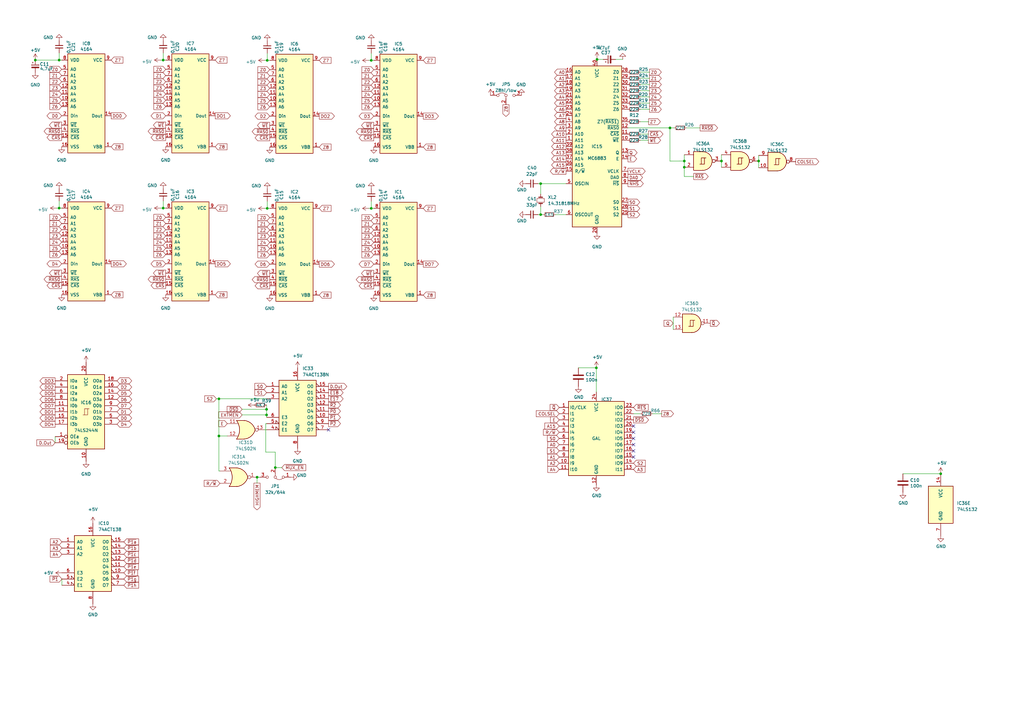
<source format=kicad_sch>
(kicad_sch (version 20250114) (generator "eeschema") (generator_version "9.0")
  (paper "A3")
  (title_block (date "2023-05-25") (rev "3.0") (comment 2 "Reposition dram and buffer"))
  (junction (at 109.3275 167.894))
  (junction (at 274.78 52.4585))
  (junction (at 66.929 24.638))
  (junction (at 152.273 85.471))
  (junction (at 295.91 66.04))
  (junction (at 221.742 75.311))
  (junction (at 109.601 24.765))
  (junction (at 311.15 66.04))
  (junction (at 280.67 66.04))
  (junction (at 280.67 68.58))
  (junction (at 112.903 191.77))
  (junction (at 89.789 163.576))
  (junction (at 24.257 85.344))
  (junction (at 109.601 85.471))
  (junction (at 221.742 88.011))
  (junction (at 89.789 178.816))
  (junction (at 244.856 24.384))
  (junction (at 105.4417 195.7201))
  (junction (at 66.929 85.344))
  (junction (at 244.602 150.876))
  (junction (at 385.826 194.31))
  (junction (at 152.273 24.765))
  (junction (at 24.257 24.638))
  (junction (at 14.478 24.638))
  (junction (at 109.3275 170.18))
  (no_connect (at 134.747 176.276))
  (no_connect (at 259.842 177.292))
  (no_connect (at 259.842 179.832))
  (no_connect (at 259.842 174.752))
  (no_connect (at 259.842 182.372))
  (no_connect (at 259.842 184.912))
  (no_connect (at 259.842 187.452))
  (wire (pts (xy 14.478 24.638) (xy 14.478 24.13)))
  (wire (pts (xy 152.273 82.55) (xy 152.273 85.471)))
  (wire (pts (xy 152.273 21.844) (xy 152.273 24.765)))
  (wire (pts (xy 24.257 82.423) (xy 24.257 85.344)))
  (wire (pts (xy 109.601 82.55) (xy 109.601 85.471)))
  (wire (pts (xy 89.789 193.167) (xy 90.2017 193.1801)))
  (wire (pts (xy 108.585 85.471) (xy 109.601 85.471)))
  (wire (pts (xy 266.4015 39.7557) (xy 262.636 39.751)))
  (wire (pts (xy 23.241 85.344) (xy 24.257 85.344)))
  (wire (pts (xy 265.938 57.531) (xy 262.636 57.531)))
  (wire (pts (xy 227.838 88.011) (xy 232.156 88.011)))
  (wire (pts (xy 108.458 176.276) (xy 109.347 176.276)))
  (wire (pts (xy 220.726 88.011) (xy 221.742 88.011)))
  (wire (pts (xy 109.347 170.18) (xy 109.347 171.196)))
  (wire (pts (xy 108.966 185.42) (xy 112.903 185.42)))
  (wire (pts (xy 244.602 150.876) (xy 244.602 160.782)))
  (wire (pts (xy 370.332 194.31) (xy 385.826 194.31)))
  (wire (pts (xy 244.856 24.384) (xy 244.856 24.511)))
  (wire (pts (xy 105.4417 195.7201) (xy 106.553 195.707)))
  (wire (pts (xy 244.856 24.003) (xy 244.856 24.384)))
  (wire (pts (xy 66.929 82.423) (xy 66.929 85.344)))
  (wire (pts (xy 280.67 66.04) (xy 274.7912 66.0624)))
  (wire (pts (xy 65.913 24.638) (xy 66.929 24.638)))
  (wire (pts (xy 262.6164 169.6706) (xy 259.842 169.672)))
  (wire (pts (xy 244.602 150.876) (xy 237.236 150.876)))
  (wire (pts (xy 22.606 181.61) (xy 22.606 179.07)))
  (wire (pts (xy 247.396 24.384) (xy 244.856 24.384)))
  (wire (pts (xy 109.347 173.736) (xy 108.966 173.736)))
  (wire (pts (xy 152.273 24.765) (xy 153.289 24.765)))
  (wire (pts (xy 266.4015 32.1357) (xy 262.636 32.131)))
  (wire (pts (xy 24.257 24.638) (xy 25.273 24.638)))
  (wire (pts (xy 66.929 85.344) (xy 67.945 85.344)))
  (wire (pts (xy 280.67 63.5) (xy 280.67 66.04)))
  (wire (pts (xy 99.314 167.894) (xy 109.3275 167.894)))
  (wire (pts (xy 265.938 54.991) (xy 262.636 54.991)))
  (wire (pts (xy 88.773 163.576) (xy 89.789 163.576)))
  (wire (pts (xy 109.3275 170.18) (xy 109.347 170.18)))
  (wire (pts (xy 112.903 185.42) (xy 112.903 191.77)))
  (wire (pts (xy 108.585 24.765) (xy 109.601 24.765)))
  (wire (pts (xy 266.4015 34.6757) (xy 262.636 34.671)))
  (wire (pts (xy 295.91 63.5) (xy 295.91 66.04)))
  (wire (pts (xy 104.3745 166.1319) (xy 104.2475 166.1319)))
  (wire (pts (xy 93.218 178.816) (xy 89.789 178.816)))
  (wire (pts (xy 115.57 191.77) (xy 112.903 191.77)))
  (wire (pts (xy 24.257 85.344) (xy 25.273 85.344)))
  (wire (pts (xy 109.601 24.765) (xy 110.617 24.765)))
  (wire (pts (xy 311.15 66.04) (xy 311.15 68.834)))
  (wire (pts (xy 65.913 85.344) (xy 66.929 85.344)))
  (wire (pts (xy 255.397 24.384) (xy 252.476 24.384)))
  (wire (pts (xy 280.67 72.39) (xy 284.48 72.39)))
  (wire (pts (xy 266.4015 44.8357) (xy 262.636 44.831)))
  (wire (pts (xy 151.257 85.471) (xy 152.273 85.471)))
  (wire (pts (xy 276.098 130.048) (xy 276.098 135.128)))
  (wire (pts (xy 221.742 75.311) (xy 221.742 79.629)))
  (wire (pts (xy 266.4015 37.2157) (xy 262.636 37.211)))
  (wire (pts (xy 221.742 84.709) (xy 221.742 88.011)))
  (wire (pts (xy 274.78 52.4585) (xy 257.556 52.451)))
  (wire (pts (xy 152.273 85.471) (xy 153.289 85.471)))
  (wire (pts (xy 274.78 52.4585) (xy 276.4864 52.4585)))
  (wire (pts (xy 109.601 85.471) (xy 110.617 85.471)))
  (wire (pts (xy 109.601 21.844) (xy 109.601 24.765)))
  (wire (pts (xy 271.4063 169.672) (xy 267.6964 169.6706)))
  (wire (pts (xy 14.478 24.638) (xy 24.257 24.638)))
  (wire (pts (xy 311.15 63.754) (xy 311.15 66.04)))
  (wire (pts (xy 274.78 52.4585) (xy 274.7912 66.0624)))
  (wire (pts (xy 105.41 198.12) (xy 105.4417 195.7201)))
  (wire (pts (xy 221.742 75.311) (xy 232.156 75.311)))
  (wire (pts (xy 108.966 173.736) (xy 108.966 185.42)))
  (wire (pts (xy 109.3275 166.1319) (xy 109.3275 167.894)))
  (wire (pts (xy 89.789 178.816) (xy 89.789 193.167)))
  (wire (pts (xy 25.4 237.49) (xy 25.4 240.03)))
  (wire (pts (xy 89.789 178.816) (xy 89.789 163.576)))
  (wire (pts (xy 220.726 75.311) (xy 221.742 75.311)))
  (wire (pts (xy 266.0311 49.9144) (xy 262.636 49.911)))
  (wire (pts (xy 151.257 24.765) (xy 152.273 24.765)))
  (wire (pts (xy 66.929 21.717) (xy 66.929 24.638)))
  (wire (pts (xy 89.789 163.576) (xy 109.347 163.576)))
  (wire (pts (xy 112.903 191.77) (xy 112.903 191.897)))
  (wire (pts (xy 24.257 21.717) (xy 24.257 24.638)))
  (wire (pts (xy 287.126 52.4585) (xy 281.5664 52.4585)))
  (wire (pts (xy 66.929 24.638) (xy 67.945 24.638)))
  (wire (pts (xy 295.91 66.04) (xy 295.91 68.58)))
  (wire (pts (xy 109.3275 167.894) (xy 109.3275 170.18)))
  (wire (pts (xy 99.314 170.18) (xy 109.3275 170.18)))
  (wire (pts (xy 221.742 88.011) (xy 222.758 88.011)))
  (wire (pts (xy 280.67 68.58) (xy 280.67 72.39)))
  (wire (pts (xy 280.67 66.04) (xy 280.67 68.58)))
  (wire (pts (xy 266.4015 29.5957) (xy 262.636 29.591)))
  (wire (pts (xy 266.4015 42.2957) (xy 262.636 42.291)))
  (global_label "A4" (shape input) (at 25.4 227.33 180) (property "Intersheetrefs" "${INTERSHEET_REFS}" (effects (hide yes))))
  (global_label "DO0" (shape output) (at 22.606 171.45 180) (property "Intersheetrefs" "${INTERSHEET_REFS}" (effects (hide yes))))
  (global_label "~{CAS}" (shape output) (at 265.938 54.991 0) (property "Intersheetrefs" "${INTERSHEET_REFS}" (effects (hide yes))))
  (global_label "Z3" (shape input) (at 153.289 36.195 180) (property "Intersheetrefs" "${INTERSHEET_REFS}" (effects (hide yes))))
  (global_label "Z0" (shape input) (at 25.273 28.448 180) (property "Intersheetrefs" "${INTERSHEET_REFS}" (effects (hide yes))))
  (global_label "Z0" (shape input) (at 67.945 89.154 180) (property "Intersheetrefs" "${INTERSHEET_REFS}" (effects (hide yes))))
  (global_label "Z4" (shape input) (at 25.273 99.314 180) (property "Intersheetrefs" "${INTERSHEET_REFS}" (effects (hide yes))))
  (global_label "Z8" (shape input) (at 88.265 60.198 0) (property "Intersheetrefs" "${INTERSHEET_REFS}" (effects (hide yes))))
  (global_label "~{RAS0}" (shape output) (at 110.617 114.681 180) (property "Intersheetrefs" "${INTERSHEET_REFS}" (effects (hide yes))))
  (global_label "DO5" (shape output) (at 88.265 108.204 0) (property "Intersheetrefs" "${INTERSHEET_REFS}" (effects (hide yes))))
  (global_label "Z1" (shape input) (at 110.617 31.115 180) (property "Intersheetrefs" "${INTERSHEET_REFS}" (effects (hide yes))))
  (global_label "R{slash}~{W}" (shape output) (at 232.156 70.231 180) (property "Intersheetrefs" "${INTERSHEET_REFS}" (effects (hide yes))))
  (global_label "Z1" (shape input) (at 67.945 30.988 180) (property "Intersheetrefs" "${INTERSHEET_REFS}" (effects (hide yes))))
  (global_label "Z0" (shape input) (at 153.289 28.575 180) (property "Intersheetrefs" "${INTERSHEET_REFS}" (effects (hide yes))))
  (global_label "Z4" (shape input) (at 67.945 99.314 180) (property "Intersheetrefs" "${INTERSHEET_REFS}" (effects (hide yes))))
  (global_label "~{RAS0}" (shape output) (at 287.126 52.4585 0) (property "Intersheetrefs" "${INTERSHEET_REFS}" (effects (hide yes))))
  (global_label "DO4" (shape output) (at 45.593 108.204 0) (property "Intersheetrefs" "${INTERSHEET_REFS}" (effects (hide yes))))
  (global_label "Z1" (shape input) (at 25.273 30.988 180) (property "Intersheetrefs" "${INTERSHEET_REFS}" (effects (hide yes))))
  (global_label "S2" (shape input) (at 88.773 163.576 180) (property "Intersheetrefs" "${INTERSHEET_REFS}" (effects (hide yes))))
  (global_label "Z1" (shape input) (at 25.273 91.694 180) (property "Intersheetrefs" "${INTERSHEET_REFS}" (effects (hide yes))))
  (global_label "A0" (shape output) (at 232.156 29.591 180) (property "Intersheetrefs" "${INTERSHEET_REFS}" (effects (hide yes))))
  (global_label "Z5" (shape input) (at 67.945 101.854 180) (property "Intersheetrefs" "${INTERSHEET_REFS}" (effects (hide yes))))
  (global_label "Z7" (shape input) (at 88.265 85.344 0) (property "Intersheetrefs" "${INTERSHEET_REFS}" (effects (hide yes))))
  (global_label "~{DSD}" (shape input) (at 99.314 167.894 180) (property "Intersheetrefs" "${INTERSHEET_REFS}" (effects (hide yes))))
  (global_label "Z8" (shape input) (at 130.937 121.031 0) (property "Intersheetrefs" "${INTERSHEET_REFS}" (effects (hide yes))))
  (global_label "E" (shape input) (at 93.218 173.736 180) (property "Intersheetrefs" "${INTERSHEET_REFS}" (effects (hide yes))))
  (global_label "D1" (shape bidirectional) (at 48.006 168.91 0) (property "Intersheetrefs" "${INTERSHEET_REFS}" (effects (hide yes))))
  (global_label "R{slash}~{W}" (shape input) (at 229.362 177.292 180) (property "Intersheetrefs" "${INTERSHEET_REFS}" (effects (hide yes))))
  (global_label "A2" (shape input) (at 25.4 222.25 180) (property "Intersheetrefs" "${INTERSHEET_REFS}" (effects (hide yes))))
  (global_label "~{WE}" (shape output) (at 110.617 112.141 180) (property "Intersheetrefs" "${INTERSHEET_REFS}" (effects (hide yes))))
  (global_label "DO0" (shape output) (at 45.593 47.498 0) (property "Intersheetrefs" "${INTERSHEET_REFS}" (effects (hide yes))))
  (global_label "~{RAS0}" (shape output) (at 25.273 53.848 180) (property "Intersheetrefs" "${INTERSHEET_REFS}" (effects (hide yes))))
  (global_label "R{slash}~{W}" (shape input) (at 90.2017 198.2601 180) (property "Intersheetrefs" "${INTERSHEET_REFS}" (effects (hide yes))))
  (global_label "D.Out" (shape input) (at 22.606 181.61 180) (property "Intersheetrefs" "${INTERSHEET_REFS}" (effects (hide yes))))
  (global_label "Z6" (shape input) (at 25.273 43.688 180) (property "Intersheetrefs" "${INTERSHEET_REFS}" (effects (hide yes))))
  (global_label "~{P1a}" (shape input) (at 50.8 222.25 0) (property "Intersheetrefs" "${INTERSHEET_REFS}" (effects (hide yes))))
  (global_label "~{RAS}" (shape output) (at 284.48 72.39 0) (property "Intersheetrefs" "${INTERSHEET_REFS}" (effects (hide yes))))
  (global_label "Z8" (shape output) (at 271.4063 169.672 0) (property "Intersheetrefs" "${INTERSHEET_REFS}" (effects (hide yes))))
  (global_label "Z3" (shape input) (at 153.289 96.901 180) (property "Intersheetrefs" "${INTERSHEET_REFS}" (effects (hide yes))))
  (global_label "~{CAS}" (shape output) (at 153.289 117.221 180) (property "Intersheetrefs" "${INTERSHEET_REFS}" (effects (hide yes))))
  (global_label "Z2" (shape input) (at 67.945 94.234 180) (property "Intersheetrefs" "${INTERSHEET_REFS}" (effects (hide yes))))
  (global_label "Z7" (shape input) (at 88.265 24.638 0) (property "Intersheetrefs" "${INTERSHEET_REFS}" (effects (hide yes))))
  (global_label "Z2" (shape input) (at 110.617 33.655 180) (property "Intersheetrefs" "${INTERSHEET_REFS}" (effects (hide yes))))
  (global_label "Z7" (shape output) (at 266.0311 49.9144 0) (property "Intersheetrefs" "${INTERSHEET_REFS}" (effects (hide yes))))
  (global_label "~{CAS}" (shape output) (at 67.945 117.094 180) (property "Intersheetrefs" "${INTERSHEET_REFS}" (effects (hide yes))))
  (global_label "Z3" (shape input) (at 110.617 36.195 180) (property "Intersheetrefs" "${INTERSHEET_REFS}" (effects (hide yes))))
  (global_label "S1" (shape output) (at 257.556 85.471 0) (property "Intersheetrefs" "${INTERSHEET_REFS}" (effects (hide yes))))
  (global_label "~{WE}" (shape output) (at 25.273 51.308 180) (property "Intersheetrefs" "${INTERSHEET_REFS}" (effects (hide yes))))
  (global_label "~{CAS}" (shape output) (at 110.617 117.221 180) (property "Intersheetrefs" "${INTERSHEET_REFS}" (effects (hide yes))))
  (global_label "Z8" (shape output) (at 207.518 42.926 270) (property "Intersheetrefs" "${INTERSHEET_REFS}" (effects (hide yes))))
  (global_label "Z3" (shape output) (at 266.4015 37.2157 0) (property "Intersheetrefs" "${INTERSHEET_REFS}" (effects (hide yes))))
  (global_label "A9" (shape output) (at 232.156 52.451 180) (property "Intersheetrefs" "${INTERSHEET_REFS}" (effects (hide yes))))
  (global_label "Z4" (shape input) (at 153.289 99.441 180) (property "Intersheetrefs" "${INTERSHEET_REFS}" (effects (hide yes))))
  (global_label "~{RAS0}" (shape output) (at 153.289 53.975 180) (property "Intersheetrefs" "${INTERSHEET_REFS}" (effects (hide yes))))
  (global_label "D1" (shape bidirectional) (at 67.945 47.498 180) (property "Intersheetrefs" "${INTERSHEET_REFS}" (effects (hide yes))))
  (global_label "A5" (shape output) (at 232.156 42.291 180) (property "Intersheetrefs" "${INTERSHEET_REFS}" (effects (hide yes))))
  (global_label "Z3" (shape input) (at 110.617 96.901 180) (property "Intersheetrefs" "${INTERSHEET_REFS}" (effects (hide yes))))
  (global_label "Z2" (shape input) (at 153.289 94.361 180) (property "Intersheetrefs" "${INTERSHEET_REFS}" (effects (hide yes))))
  (global_label "A11" (shape output) (at 232.156 57.531 180) (property "Intersheetrefs" "${INTERSHEET_REFS}" (effects (hide yes))))
  (global_label "Z3" (shape input) (at 67.945 36.068 180) (property "Intersheetrefs" "${INTERSHEET_REFS}" (effects (hide yes))))
  (global_label "~{CAS}" (shape output) (at 67.945 56.388 180) (property "Intersheetrefs" "${INTERSHEET_REFS}" (effects (hide yes))))
  (global_label "A14" (shape output) (at 232.156 65.151 180) (property "Intersheetrefs" "${INTERSHEET_REFS}" (effects (hide yes))))
  (global_label "A12" (shape output) (at 232.156 60.071 180) (property "Intersheetrefs" "${INTERSHEET_REFS}" (effects (hide yes))))
  (global_label "S0" (shape output) (at 257.556 82.931 0) (property "Intersheetrefs" "${INTERSHEET_REFS}" (effects (hide yes))))
  (global_label "S0" (shape input) (at 109.347 158.496 180) (property "Intersheetrefs" "${INTERSHEET_REFS}" (effects (hide yes))))
  (global_label "DO1" (shape output) (at 88.265 47.498 0) (property "Intersheetrefs" "${INTERSHEET_REFS}" (effects (hide yes))))
  (global_label "S1" (shape input) (at 229.362 184.912 180) (property "Intersheetrefs" "${INTERSHEET_REFS}" (effects (hide yes))))
  (global_label "~{P1d}" (shape input) (at 50.8 229.87 0) (property "Intersheetrefs" "${INTERSHEET_REFS}" (effects (hide yes))))
  (global_label "~{WE}" (shape output) (at 265.938 57.531 0) (property "Intersheetrefs" "${INTERSHEET_REFS}" (effects (hide yes))))
  (global_label "~{P1}" (shape output) (at 134.747 171.196 0) (property "Intersheetrefs" "${INTERSHEET_REFS}" (effects (hide yes))))
  (global_label "~{NHS}" (shape output) (at 257.556 75.311 0) (property "Intersheetrefs" "${INTERSHEET_REFS}" (effects (hide yes))))
  (global_label "Z8" (shape input) (at 130.937 60.325 0) (property "Intersheetrefs" "${INTERSHEET_REFS}" (effects (hide yes))))
  (global_label "Z5" (shape input) (at 153.289 101.981 180) (property "Intersheetrefs" "${INTERSHEET_REFS}" (effects (hide yes))))
  (global_label "Z8" (shape input) (at 45.593 60.198 0) (property "Intersheetrefs" "${INTERSHEET_REFS}" (effects (hide yes))))
  (global_label "Z0" (shape input) (at 67.945 28.448 180) (property "Intersheetrefs" "${INTERSHEET_REFS}" (effects (hide yes))))
  (global_label "A1" (shape input) (at 229.362 187.452 180) (property "Intersheetrefs" "${INTERSHEET_REFS}" (effects (hide yes))))
  (global_label "DO5" (shape output) (at 22.606 161.29 180) (property "Intersheetrefs" "${INTERSHEET_REFS}" (effects (hide yes))))
  (global_label "Z3" (shape input) (at 25.273 96.774 180) (property "Intersheetrefs" "${INTERSHEET_REFS}" (effects (hide yes))))
  (global_label "Z6" (shape input) (at 67.945 43.688 180) (property "Intersheetrefs" "${INTERSHEET_REFS}" (effects (hide yes))))
  (global_label "~{MUX_EN}" (shape input) (at 115.57 191.77 0) (property "Intersheetrefs" "${INTERSHEET_REFS}" (effects (hide yes))))
  (global_label "~{DSD}" (shape output) (at 259.842 172.212 0) (property "Intersheetrefs" "${INTERSHEET_REFS}" (effects (hide yes))))
  (global_label "Z2" (shape input) (at 153.289 33.655 180) (property "Intersheetrefs" "${INTERSHEET_REFS}" (effects (hide yes))))
  (global_label "Z2" (shape input) (at 25.273 94.234 180) (property "Intersheetrefs" "${INTERSHEET_REFS}" (effects (hide yes))))
  (global_label "A8" (shape output) (at 232.156 49.911 180) (property "Intersheetrefs" "${INTERSHEET_REFS}" (effects (hide yes))))
  (global_label "~{WE}" (shape output) (at 153.289 51.435 180) (property "Intersheetrefs" "${INTERSHEET_REFS}" (effects (hide yes))))
  (global_label "Z4" (shape input) (at 110.617 38.735 180) (property "Intersheetrefs" "${INTERSHEET_REFS}" (effects (hide yes))))
  (global_label "Z0" (shape input) (at 25.273 89.154 180) (property "Intersheetrefs" "${INTERSHEET_REFS}" (effects (hide yes))))
  (global_label "A13" (shape output) (at 232.156 62.611 180) (property "Intersheetrefs" "${INTERSHEET_REFS}" (effects (hide yes))))
  (global_label "~{E17}" (shape output) (at 134.747 163.576 0) (property "Intersheetrefs" "${INTERSHEET_REFS}" (effects (hide yes))))
  (global_label "Z6" (shape input) (at 153.289 43.815 180) (property "Intersheetrefs" "${INTERSHEET_REFS}" (effects (hide yes))))
  (global_label "A4" (shape input) (at 229.362 192.532 180) (property "Intersheetrefs" "${INTERSHEET_REFS}" (effects (hide yes))))
  (global_label "A15" (shape output) (at 232.156 67.691 180) (property "Intersheetrefs" "${INTERSHEET_REFS}" (effects (hide yes))))
  (global_label "D5" (shape bidirectional) (at 67.945 108.204 180) (property "Intersheetrefs" "${INTERSHEET_REFS}" (effects (hide yes))))
  (global_label "D5" (shape bidirectional) (at 48.006 161.29 0) (property "Intersheetrefs" "${INTERSHEET_REFS}" (effects (hide yes))))
  (global_label "A3" (shape input) (at 25.4 224.79 180) (property "Intersheetrefs" "${INTERSHEET_REFS}" (effects (hide yes))))
  (global_label "A3" (shape output) (at 232.156 37.211 180) (property "Intersheetrefs" "${INTERSHEET_REFS}" (effects (hide yes))))
  (global_label "DO6" (shape output) (at 22.606 163.83 180) (property "Intersheetrefs" "${INTERSHEET_REFS}" (effects (hide yes))))
  (global_label "EXTMEN" (shape input) (at 99.314 170.18 180) (property "Intersheetrefs" "${INTERSHEET_REFS}" (effects (hide yes))))
  (global_label "Z3" (shape input) (at 67.945 96.774 180) (property "Intersheetrefs" "${INTERSHEET_REFS}" (effects (hide yes))))
  (global_label "Z1" (shape input) (at 110.617 91.821 180) (property "Intersheetrefs" "${INTERSHEET_REFS}" (effects (hide yes))))
  (global_label "A4" (shape output) (at 232.156 39.751 180) (property "Intersheetrefs" "${INTERSHEET_REFS}" (effects (hide yes))))
  (global_label "~{E18}" (shape output) (at 134.747 161.036 0) (property "Intersheetrefs" "${INTERSHEET_REFS}" (effects (hide yes))))
  (global_label "Z7" (shape input) (at 173.609 24.765 0) (property "Intersheetrefs" "${INTERSHEET_REFS}" (effects (hide yes))))
  (global_label "D7" (shape bidirectional) (at 153.289 108.331 180) (property "Intersheetrefs" "${INTERSHEET_REFS}" (effects (hide yes))))
  (global_label "DO6" (shape output) (at 130.937 108.331 0) (property "Intersheetrefs" "${INTERSHEET_REFS}" (effects (hide yes))))
  (global_label "HIGHMEM" (shape output) (at 105.41 198.12 270) (property "Intersheetrefs" "${INTERSHEET_REFS}" (effects (hide yes))))
  (global_label "Z5" (shape input) (at 153.289 41.275 180) (property "Intersheetrefs" "${INTERSHEET_REFS}" (effects (hide yes))))
  (global_label "~{P1h}" (shape input) (at 50.8 240.03 0) (property "Intersheetrefs" "${INTERSHEET_REFS}" (effects (hide yes))))
  (global_label "A2" (shape output) (at 232.156 34.671 180) (property "Intersheetrefs" "${INTERSHEET_REFS}" (effects (hide yes))))
  (global_label "Z7" (shape input) (at 130.937 24.765 0) (property "Intersheetrefs" "${INTERSHEET_REFS}" (effects (hide yes))))
  (global_label "D0" (shape bidirectional) (at 25.273 47.498 180) (property "Intersheetrefs" "${INTERSHEET_REFS}" (effects (hide yes))))
  (global_label "A6" (shape output) (at 232.156 44.831 180) (property "Intersheetrefs" "${INTERSHEET_REFS}" (effects (hide yes))))
  (global_label "~{P1f}" (shape input) (at 50.8 234.95 0) (property "Intersheetrefs" "${INTERSHEET_REFS}" (effects (hide yes))))
  (global_label "Z1" (shape input) (at 67.945 91.694 180) (property "Intersheetrefs" "${INTERSHEET_REFS}" (effects (hide yes))))
  (global_label "DO2" (shape output) (at 130.937 47.625 0) (property "Intersheetrefs" "${INTERSHEET_REFS}" (effects (hide yes))))
  (global_label "DO7" (shape output) (at 22.606 166.37 180) (property "Intersheetrefs" "${INTERSHEET_REFS}" (effects (hide yes))))
  (global_label "~{P1c}" (shape input) (at 50.8 227.33 0) (property "Intersheetrefs" "${INTERSHEET_REFS}" (effects (hide yes))))
  (global_label "D2" (shape bidirectional) (at 48.006 158.75 0) (property "Intersheetrefs" "${INTERSHEET_REFS}" (effects (hide yes))))
  (global_label "Z6" (shape input) (at 153.289 104.521 180) (property "Intersheetrefs" "${INTERSHEET_REFS}" (effects (hide yes))))
  (global_label "~{CAS}" (shape output) (at 25.273 117.094 180) (property "Intersheetrefs" "${INTERSHEET_REFS}" (effects (hide yes))))
  (global_label "D4" (shape bidirectional) (at 25.273 108.204 180) (property "Intersheetrefs" "${INTERSHEET_REFS}" (effects (hide yes))))
  (global_label "DO3" (shape output) (at 22.606 156.21 180) (property "Intersheetrefs" "${INTERSHEET_REFS}" (effects (hide yes))))
  (global_label "~{R2}" (shape output) (at 134.747 166.116 0) (property "Intersheetrefs" "${INTERSHEET_REFS}" (effects (hide yes))))
  (global_label "A2" (shape input) (at 229.362 189.992 180) (property "Intersheetrefs" "${INTERSHEET_REFS}" (effects (hide yes))))
  (global_label "S1" (shape input) (at 109.347 161.036 180) (property "Intersheetrefs" "${INTERSHEET_REFS}" (effects (hide yes))))
  (global_label "Z5" (shape input) (at 25.273 41.148 180) (property "Intersheetrefs" "${INTERSHEET_REFS}" (effects (hide yes))))
  (global_label "A10" (shape output) (at 232.156 54.991 180) (property "Intersheetrefs" "${INTERSHEET_REFS}" (effects (hide yes))))
  (global_label "~{RAS0}" (shape output) (at 153.289 114.681 180) (property "Intersheetrefs" "${INTERSHEET_REFS}" (effects (hide yes))))
  (global_label "DO3" (shape output) (at 173.609 47.625 0) (property "Intersheetrefs" "${INTERSHEET_REFS}" (effects (hide yes))))
  (global_label "~{Q}" (shape output) (at 291.338 132.588 0) (property "Intersheetrefs" "${INTERSHEET_REFS}" (effects (hide yes))))
  (global_label "DA0" (shape output) (at 257.556 72.771 0) (property "Intersheetrefs" "${INTERSHEET_REFS}" (effects (hide yes))))
  (global_label "A7" (shape output) (at 232.156 47.371 180) (property "Intersheetrefs" "${INTERSHEET_REFS}" (effects (hide yes))))
  (global_label "Z5" (shape input) (at 67.945 41.148 180) (property "Intersheetrefs" "${INTERSHEET_REFS}" (effects (hide yes))))
  (global_label "VCLK" (shape output) (at 257.556 70.231 0) (property "Intersheetrefs" "${INTERSHEET_REFS}" (effects (hide yes))))
  (global_label "Z6" (shape input) (at 110.617 43.815 180) (property "Intersheetrefs" "${INTERSHEET_REFS}" (effects (hide yes))))
  (global_label "Z7" (shape input) (at 173.609 85.471 0) (property "Intersheetrefs" "${INTERSHEET_REFS}" (effects (hide yes))))
  (global_label "DO2" (shape output) (at 22.606 158.75 180) (property "Intersheetrefs" "${INTERSHEET_REFS}" (effects (hide yes))))
  (global_label "~{WE}" (shape output) (at 67.945 51.308 180) (property "Intersheetrefs" "${INTERSHEET_REFS}" (effects (hide yes))))
  (global_label "Z6" (shape input) (at 110.617 104.521 180) (property "Intersheetrefs" "${INTERSHEET_REFS}" (effects (hide yes))))
  (global_label "~{WE}" (shape output) (at 67.945 112.014 180) (property "Intersheetrefs" "${INTERSHEET_REFS}" (effects (hide yes))))
  (global_label "~{RAS0}" (shape output) (at 67.945 114.554 180) (property "Intersheetrefs" "${INTERSHEET_REFS}" (effects (hide yes))))
  (global_label "~{P2}" (shape output) (at 134.747 173.736 0) (property "Intersheetrefs" "${INTERSHEET_REFS}" (effects (hide yes))))
  (global_label "~{P1e}" (shape input) (at 50.8 232.41 0) (property "Intersheetrefs" "${INTERSHEET_REFS}" (effects (hide yes))))
  (global_label "Z0" (shape input) (at 110.617 28.575 180) (property "Intersheetrefs" "${INTERSHEET_REFS}" (effects (hide yes))))
  (global_label "Z4" (shape input) (at 25.273 38.608 180) (property "Intersheetrefs" "${INTERSHEET_REFS}" (effects (hide yes))))
  (global_label "Z4" (shape input) (at 67.945 38.608 180) (property "Intersheetrefs" "${INTERSHEET_REFS}" (effects (hide yes))))
  (global_label "D7" (shape bidirectional) (at 48.006 166.37 0) (property "Intersheetrefs" "${INTERSHEET_REFS}" (effects (hide yes))))
  (global_label "Z2" (shape input) (at 110.617 94.361 180) (property "Intersheetrefs" "${INTERSHEET_REFS}" (effects (hide yes))))
  (global_label "D4" (shape bidirectional) (at 48.006 173.99 0) (property "Intersheetrefs" "${INTERSHEET_REFS}" (effects (hide yes))))
  (global_label "S2" (shape output) (at 257.556 88.011 0) (property "Intersheetrefs" "${INTERSHEET_REFS}" (effects (hide yes))))
  (global_label "D3" (shape bidirectional) (at 153.289 47.625 180) (property "Intersheetrefs" "${INTERSHEET_REFS}" (effects (hide yes))))
  (global_label "Z8" (shape input) (at 173.609 121.031 0) (property "Intersheetrefs" "${INTERSHEET_REFS}" (effects (hide yes))))
  (global_label "~{P0}" (shape output) (at 134.747 168.656 0) (property "Intersheetrefs" "${INTERSHEET_REFS}" (effects (hide yes))))
  (global_label "COLSEL" (shape output) (at 326.39 66.294 0) (property "Intersheetrefs" "${INTERSHEET_REFS}" (effects (hide yes))))
  (global_label "A0" (shape input) (at 229.362 182.372 180) (property "Intersheetrefs" "${INTERSHEET_REFS}" (effects (hide yes))))
  (global_label "~{CAS}" (shape output) (at 110.617 56.515 180) (property "Intersheetrefs" "${INTERSHEET_REFS}" (effects (hide yes))))
  (global_label "~{P1g}" (shape input) (at 50.8 237.49 0) (property "Intersheetrefs" "${INTERSHEET_REFS}" (effects (hide yes))))
  (global_label "Z7" (shape input) (at 45.593 85.344 0) (property "Intersheetrefs" "${INTERSHEET_REFS}" (effects (hide yes))))
  (global_label "A15" (shape input) (at 229.362 174.752 180) (property "Intersheetrefs" "${INTERSHEET_REFS}" (effects (hide yes))))
  (global_label "Z4" (shape input) (at 110.617 99.441 180) (property "Intersheetrefs" "${INTERSHEET_REFS}" (effects (hide yes))))
  (global_label "~{CAS}" (shape output) (at 25.273 56.388 180) (property "Intersheetrefs" "${INTERSHEET_REFS}" (effects (hide yes))))
  (global_label "Z2" (shape input) (at 67.945 33.528 180) (property "Intersheetrefs" "${INTERSHEET_REFS}" (effects (hide yes))))
  (global_label "Z0" (shape input) (at 153.289 89.281 180) (property "Intersheetrefs" "${INTERSHEET_REFS}" (effects (hide yes))))
  (global_label "D3" (shape bidirectional) (at 48.006 156.21 0) (property "Intersheetrefs" "${INTERSHEET_REFS}" (effects (hide yes))))
  (global_label "Z7" (shape input) (at 130.937 85.471 0) (property "Intersheetrefs" "${INTERSHEET_REFS}" (effects (hide yes))))
  (global_label "Z0" (shape input) (at 110.617 89.281 180) (property "Intersheetrefs" "${INTERSHEET_REFS}" (effects (hide yes))))
  (global_label "D2" (shape bidirectional) (at 110.617 47.625 180) (property "Intersheetrefs" "${INTERSHEET_REFS}" (effects (hide yes))))
  (global_label "Z8" (shape input) (at 173.609 60.325 0) (property "Intersheetrefs" "${INTERSHEET_REFS}" (effects (hide yes))))
  (global_label "~{RAS0}" (shape output) (at 25.273 114.554 180) (property "Intersheetrefs" "${INTERSHEET_REFS}" (effects (hide yes))))
  (global_label "Z6" (shape input) (at 25.273 104.394 180) (property "Intersheetrefs" "${INTERSHEET_REFS}" (effects (hide yes))))
  (global_label "Z5" (shape input) (at 110.617 41.275 180) (property "Intersheetrefs" "${INTERSHEET_REFS}" (effects (hide yes))))
  (global_label "DO7" (shape output) (at 173.609 108.331 0) (property "Intersheetrefs" "${INTERSHEET_REFS}" (effects (hide yes))))
  (global_label "D.Out" (shape output) (at 134.747 158.496 0) (property "Intersheetrefs" "${INTERSHEET_REFS}" (effects (hide yes))))
  (global_label "~{RES}" (shape input) (at 259.842 167.132 0) (property "Intersheetrefs" "${INTERSHEET_REFS}" (effects (hide yes))))
  (global_label "Z4" (shape output) (at 266.4015 39.7557 0) (property "Intersheetrefs" "${INTERSHEET_REFS}" (effects (hide yes))))
  (global_label "Z7" (shape input) (at 45.593 24.638 0) (property "Intersheetrefs" "${INTERSHEET_REFS}" (effects (hide yes))))
  (global_label "COLSEL" (shape input) (at 229.362 169.672 180) (property "Intersheetrefs" "${INTERSHEET_REFS}" (effects (hide yes))))
  (global_label "~{RAS0}" (shape output) (at 110.617 53.975 180) (property "Intersheetrefs" "${INTERSHEET_REFS}" (effects (hide yes))))
  (global_label "~{RAS0}" (shape output) (at 67.945 53.848 180) (property "Intersheetrefs" "${INTERSHEET_REFS}" (effects (hide yes))))
  (global_label "A1" (shape output) (at 232.156 32.131 180) (property "Intersheetrefs" "${INTERSHEET_REFS}" (effects (hide yes))))
  (global_label "Q" (shape input) (at 276.098 132.588 180) (property "Intersheetrefs" "${INTERSHEET_REFS}" (effects (hide yes))))
  (global_label "D0" (shape bidirectional) (at 48.006 171.45 0) (property "Intersheetrefs" "${INTERSHEET_REFS}" (effects (hide yes))))
  (global_label "Z6" (shape input) (at 67.945 104.394 180) (property "Intersheetrefs" "${INTERSHEET_REFS}" (effects (hide yes))))
  (global_label "~{CAS}" (shape output) (at 153.289 56.515 180) (property "Intersheetrefs" "${INTERSHEET_REFS}" (effects (hide yes))))
  (global_label "~{WE}" (shape output) (at 110.617 51.435 180) (property "Intersheetrefs" "${INTERSHEET_REFS}" (effects (hide yes))))
  (global_label "Z0" (shape output) (at 266.4015 29.5957 0) (property "Intersheetrefs" "${INTERSHEET_REFS}" (effects (hide yes))))
  (global_label "S0" (shape input) (at 229.362 179.832 180) (property "Intersheetrefs" "${INTERSHEET_REFS}" (effects (hide yes))))
  (global_label "D6" (shape bidirectional) (at 110.617 108.331 180) (property "Intersheetrefs" "${INTERSHEET_REFS}" (effects (hide yes))))
  (global_label "Z3" (shape input) (at 25.273 36.068 180) (property "Intersheetrefs" "${INTERSHEET_REFS}" (effects (hide yes))))
  (global_label "E" (shape input) (at 229.362 172.212 180) (property "Intersheetrefs" "${INTERSHEET_REFS}" (effects (hide yes))))
  (global_label "Z5" (shape input) (at 25.273 101.854 180) (property "Intersheetrefs" "${INTERSHEET_REFS}" (effects (hide yes))))
  (global_label "~{WE}" (shape output) (at 25.273 112.014 180) (property "Intersheetrefs" "${INTERSHEET_REFS}" (effects (hide yes))))
  (global_label "DO4" (shape output) (at 22.606 173.99 180) (property "Intersheetrefs" "${INTERSHEET_REFS}" (effects (hide yes))))
  (global_label "Z6" (shape output) (at 266.4015 44.8357 0) (property "Intersheetrefs" "${INTERSHEET_REFS}" (effects (hide yes))))
  (global_label "Z4" (shape input) (at 153.289 38.735 180) (property "Intersheetrefs" "${INTERSHEET_REFS}" (effects (hide yes))))
  (global_label "Z5" (shape output) (at 266.4015 42.2957 0) (property "Intersheetrefs" "${INTERSHEET_REFS}" (effects (hide yes))))
  (global_label "E" (shape output) (at 257.556 65.151 0) (property "Intersheetrefs" "${INTERSHEET_REFS}" (effects (hide yes))))
  (global_label "Z8" (shape input) (at 88.265 120.904 0) (property "Intersheetrefs" "${INTERSHEET_REFS}" (effects (hide yes))))
  (global_label "Z1" (shape input) (at 153.289 91.821 180) (property "Intersheetrefs" "${INTERSHEET_REFS}" (effects (hide yes))))
  (global_label "Q" (shape output) (at 257.556 62.611 0) (property "Intersheetrefs" "${INTERSHEET_REFS}" (effects (hide yes))))
  (global_label "Z5" (shape input) (at 110.617 101.981 180) (property "Intersheetrefs" "${INTERSHEET_REFS}" (effects (hide yes))))
  (global_label "DO1" (shape output) (at 22.606 168.91 180) (property "Intersheetrefs" "${INTERSHEET_REFS}" (effects (hide yes))))
  (global_label "Z2" (shape output) (at 266.4015 34.6757 0) (property "Intersheetrefs" "${INTERSHEET_REFS}" (effects (hide yes))))
  (global_label "A3" (shape input) (at 259.842 192.532 0) (property "Intersheetrefs" "${INTERSHEET_REFS}" (effects (hide yes))))
  (global_label "Z2" (shape input) (at 25.273 33.528 180) (property "Intersheetrefs" "${INTERSHEET_REFS}" (effects (hide yes))))
  (global_label "Z1" (shape input) (at 153.289 31.115 180) (property "Intersheetrefs" "${INTERSHEET_REFS}" (effects (hide yes))))
  (global_label "~{P1b}" (shape input) (at 50.8 224.79 0) (property "Intersheetrefs" "${INTERSHEET_REFS}" (effects (hide yes))))
  (global_label "S2" (shape input) (at 259.842 189.992 0) (property "Intersheetrefs" "${INTERSHEET_REFS}" (effects (hide yes))))
  (global_label "Z1" (shape output) (at 266.4015 32.1357 0) (property "Intersheetrefs" "${INTERSHEET_REFS}" (effects (hide yes))))
  (global_label "~{WE}" (shape output) (at 153.289 112.141 180) (property "Intersheetrefs" "${INTERSHEET_REFS}" (effects (hide yes))))
  (global_label "Z8" (shape input) (at 45.593 120.904 0) (property "Intersheetrefs" "${INTERSHEET_REFS}" (effects (hide yes))))
  (global_label "~{P1}" (shape input) (at 25.4 237.49 180) (property "Intersheetrefs" "${INTERSHEET_REFS}" (effects (hide yes))))
  (global_label "~{Q}" (shape input) (at 229.362 167.132 180) (property "Intersheetrefs" "${INTERSHEET_REFS}" (effects (hide yes))))
  (global_label "D6" (shape bidirectional) (at 48.006 163.83 0) (property "Intersheetrefs" "${INTERSHEET_REFS}" (effects (hide yes))))
  (symbol (lib_id "Memory_RAM_Siemens:HYB4116") (at 35.433 42.418 0) (unit 1)
    (property "Reference" "IC8" (at 35.433 17.8562 0))
    (property "Value" "4164" (at 35.433 20.1676 0))
    (property "Footprint" "Package_DIP:DIP-16_W7.62mm" (effects (hide yes)))
    (property "Datasheet" "https://4donline.ihs.com/images/VipMasterIC/IC/INFN/INFNS18263/INFNS18263-1.pdf" (effects (hide yes)))
    (property "Note" "use general 4164 with suitable timing" (effects (hide yes)))
    (property "SA2120" "Sheet 1" (effects (hide yes)))
  )
  (symbol (lib_id "power:GND") (at 153.289 121.031 0) (unit 1)
    (property "Reference" "#PWR0137" (effects (hide yes)))
    (property "Value" "GND" (at 153.289 126.492 0))
  )
  (symbol (lib_id "power:GND") (at 67.945 60.198 0) (unit 1)
    (property "Reference" "#PWR0162" (effects (hide yes)))
    (property "Value" "GND" (at 67.945 65.659 0))
  )
  (symbol (lib_id "Device:C") (at 237.236 154.686 0) (unit 1)
    (property "Reference" "C12" (at 240.157 153.5176 0) (effects (justify left)))
    (property "Value" "100n" (at 240.157 155.829 0) (effects (justify left)))
    (property "Footprint" "PCM_Capacitor_SMD_AKL:C_0805_2012Metric_Pad1.18x1.45mm_HandSolder" (effects (hide yes)))
    (instances (project "Dragon32" (path "" (reference "C12") (unit 1))) (project "Dragon256" (path "" (reference "C1") (unit 1))))
  )
  (symbol (lib_id "74xx:74LS138") (at 38.1 229.87 0) (unit 1)
    (property "Reference" "IC10" (at 40.2941 214.63 0) (effects (justify left)))
    (property "Value" "74ACT138" (at 40.2941 217.17 0) (effects (justify left)))
    (property "Footprint" "Package_DIP:DIP-16_W7.62mm" (effects (hide yes)))
    (property "Datasheet" "http://www.ti.com/lit/gpn/sn74LS138" (effects (hide yes)))
  )
  (symbol (lib_id "74xx:74LS132") (at 303.53 66.04 0) (unit 2)
    (property "Reference" "IC36" (at 303.5217 57.912 0))
    (property "Value" "74LS132" (at 303.5217 60.452 0))
    (property "Footprint" "Package_DIP:DIP-14_W7.62mm" (effects (hide yes)))
    (property "Datasheet" "http://www.ti.com/lit/gpn/sn74LS132" (effects (hide yes)))
  )
  (symbol (lib_id "power:GND") (at 66.929 77.343 0) (mirror x) (unit 1)
    (property "Reference" "#PWR0161" (effects (hide yes)))
    (property "Value" "GND" (at 64.516 76.0729 0) (effects (justify right)))
  )
  (symbol (lib_name "Jumper_3_Bridged12_1") (lib_id "Jumper:Jumper_3_Bridged12") (at 207.518 39.116 0) (unit 1)
    (property "Reference" "JP5" (at 207.518 34.544 0))
    (property "Value" "Z8hi/low" (at 207.518 37.084 0))
    (property "Footprint" "Jumper:SolderJumper-3_P1.3mm_Open_Pad1.0x1.5mm" (effects (hide yes)))
  )
  (symbol (lib_id "Jumper:Jumper_3_Bridged12") (at 112.903 195.707 180) (unit 1)
    (property "Reference" "JP1" (at 112.903 199.39 0))
    (property "Value" "32k/64k" (at 112.903 201.93 0))
    (property "Footprint" "Connector_PinHeader_2.54mm:PinHeader_1x03_P2.54mm_Vertical" (effects (hide yes)))
  )
  (symbol (lib_id "power:+5V") (at 35.306 148.59 0) (unit 1)
    (property "Reference" "#PWR0167" (effects (hide yes)))
    (property "Value" "+5V" (at 35.306 143.637 0))
  )
  (symbol (lib_id "Memory_RAM_Siemens:HYB4116") (at 120.777 42.545 0) (unit 1)
    (property "Reference" "IC6" (at 120.777 17.9832 0))
    (property "Value" "4164" (at 120.777 20.2946 0))
    (property "Footprint" "Package_DIP:DIP-16_W7.62mm" (effects (hide yes)))
    (property "Datasheet" "https://4donline.ihs.com/images/VipMasterIC/IC/INFN/INFNS18263/INFNS18263-1.pdf" (effects (hide yes)))
    (property "Note" "use general 4164 with suitable timing" (effects (hide yes)))
    (property "SA2120" "Sheet 1" (effects (hide yes)))
  )
  (symbol (lib_id "power:GND") (at 237.236 158.496 0) (unit 1)
    (property "Reference" "#PWR020" (effects (hide yes)))
    (property "Value" "GND" (at 237.363 162.8902 0))
    (instances (project "Dragon32" (path "" (reference "#PWR020") (unit 1))) (project "Dragon256" (path "" (reference "#PWR0114") (unit 1))))
  )
  (symbol (lib_id "74xx:74LS244") (at 35.306 168.91 0) (unit 1)
    (property "Reference" "IC16" (at 35.306 165.1 0))
    (property "Value" "74LS244N" (at 35.306 176.53 0))
    (property "Footprint" "Package_DIP:DIP-20_W7.62mm" (effects (hide yes)))
    (property "Datasheet" "http://www.ti.com/lit/ds/symlink/sn74ls244.pdf" (effects (hide yes)))
    (property "DigiKey" "296-1653-5-ND" (effects (hide yes)))
    (property "SA2120" "Sheet 1" (effects (hide yes)))
  )
  (symbol (lib_id "power:+5V") (at 201.168 39.116 0) (unit 1)
    (property "Reference" "#PWR045" (effects (hide yes)))
    (property "Value" "+5V" (at 201.168 34.544 0))
  )
  (symbol (lib_id "Device:R_Small") (at 260.096 42.291 270) (unit 1)
    (property "Reference" "R19" (at 263.779 41.148 90))
    (property "Value" "22R" (at 260.223 42.291 90))
    (property "Footprint" "PCM_Resistor_SMD_AKL:R_0805_2012Metric_Pad1.20x1.40mm_HandSolder" (effects (hide yes)))
  )
  (symbol (lib_id "Device:C_Small") (at 152.273 19.304 0) (unit 1)
    (property "Reference" "C18" (at 158.115 19.304 90))
    (property "Value" "0.1uF" (at 156.21 19.3103 90))
    (property "Footprint" "Capacitor_THT:C_Disc_D4.3mm_W1.9mm_P5.00mm" (effects (hide yes)))
    (property "Datasheet" "https://www.vishay.com/docs/45171/kseries.pdf" (effects (hide yes)))
    (property "DigiKey" "BC1101CT-ND" (effects (hide yes)))
  )
  (symbol (lib_id "power:GND") (at 109.601 16.764 0) (mirror x) (unit 1)
    (property "Reference" "#PWR0174" (effects (hide yes)))
    (property "Value" "GND" (at 107.188 15.4939 0) (effects (justify right)))
  )
  (symbol (lib_id "power:GND") (at 152.273 16.764 0) (mirror x) (unit 1)
    (property "Reference" "#PWR0173" (effects (hide yes)))
    (property "Value" "GND" (at 149.86 15.4939 0) (effects (justify right)))
  )
  (symbol (lib_id "power:+5V") (at 23.241 85.344 90) (mirror x) (unit 1)
    (property "Reference" "#PWR039" (effects (hide yes)))
    (property "Value" "+5V" (at 19.558 85.979 90) (effects (justify left)))
  )
  (symbol (lib_id "Device:C_Small") (at 24.257 19.177 0) (unit 1)
    (property "Reference" "C21" (at 30.099 19.177 90))
    (property "Value" "0.1uF" (at 28.194 19.1833 90))
    (property "Footprint" "Capacitor_THT:C_Disc_D4.3mm_W1.9mm_P5.00mm" (effects (hide yes)))
    (property "Datasheet" "https://www.vishay.com/docs/45171/kseries.pdf" (effects (hide yes)))
    (property "DigiKey" "BC1101CT-ND" (effects (hide yes)))
  )
  (symbol (lib_id "Device:R_Small") (at 260.096 54.991 270) (unit 1)
    (property "Reference" "R27" (at 263.779 53.721 90))
    (property "Value" "22R" (at 260.096 54.991 90))
    (property "Footprint" "PCM_Resistor_SMD_AKL:R_0805_2012Metric_Pad1.20x1.40mm_HandSolder" (effects (hide yes)))
  )
  (symbol (lib_id "power:+5V") (at 65.913 85.344 90) (mirror x) (unit 1)
    (property "Reference" "#PWR038" (effects (hide yes)))
    (property "Value" "+5V" (at 62.23 85.979 90) (effects (justify left)))
  )
  (symbol (lib_id "power:GND") (at 244.602 198.882 0) (unit 1)
    (property "Reference" "#PWR021" (effects (hide yes)))
    (property "Value" "GND" (at 244.729 203.2762 0))
    (instances (project "Dragon32" (path "" (reference "#PWR021") (unit 1))) (project "Dragon256" (path "" (reference "#PWR0114") (unit 1))))
  )
  (symbol (lib_id "Device:R_Small") (at 265.1564 169.6706 270) (unit 1)
    (property "Reference" "R66" (at 268.8394 168.4006 90))
    (property "Value" "22R" (at 265.1564 169.6706 90))
    (property "Footprint" "PCM_Resistor_SMD_AKL:R_0805_2012Metric_Pad1.20x1.40mm_HandSolder" (effects (hide yes)))
  )
  (symbol (lib_id "74xx:74LS132") (at 283.718 132.588 0) (unit 4)
    (property "Reference" "IC36" (at 283.7097 124.46 0))
    (property "Value" "74LS132" (at 283.7097 127 0))
    (property "Footprint" "Package_DIP:DIP-14_W7.62mm" (effects (hide yes)))
    (property "Datasheet" "http://www.ti.com/lit/gpn/sn74LS132" (effects (hide yes)))
  )
  (symbol (lib_id "Device:C_Small") (at 109.601 19.304 0) (unit 1)
    (property "Reference" "C19" (at 115.443 19.304 90))
    (property "Value" "0.1uF" (at 113.538 19.3103 90))
    (property "Footprint" "Capacitor_THT:C_Disc_D4.3mm_W1.9mm_P5.00mm" (effects (hide yes)))
    (property "Datasheet" "https://www.vishay.com/docs/45171/kseries.pdf" (effects (hide yes)))
    (property "DigiKey" "BC1101CT-ND" (effects (hide yes)))
  )
  (symbol (lib_id "power:GND") (at 25.273 60.198 0) (unit 1)
    (property "Reference" "#PWR0178" (effects (hide yes)))
    (property "Value" "GND" (at 25.273 65.659 0))
  )
  (symbol (lib_id "power:+5V") (at 122.047 150.876 0) (unit 1)
    (property "Reference" "#PWR0153" (effects (hide yes)))
    (property "Value" "+5V" (at 122.047 145.923 0))
  )
  (symbol (lib_id "74xx:74LS02") (at 100.838 176.276 0) (unit 4)
    (property "Reference" "IC31" (at 100.838 181.483 0))
    (property "Value" "74LS02N" (at 100.838 184.023 0))
    (property "Footprint" "Package_DIP:DIP-14_W7.62mm" (effects (hide yes)))
    (property "Datasheet" "http://www.ti.com/lit/gpn/sn74ls02" (effects (hide yes)))
    (property "DigiKey" "296-1627-5-ND" (effects (hide yes)))
    (property "SA2120" "Sheet 1 (spare)" (effects (hide yes)))
  )
  (symbol (lib_id "power:GND") (at 109.601 77.47 0) (mirror x) (unit 1)
    (property "Reference" "#PWR0175" (effects (hide yes)))
    (property "Value" "GND" (at 107.188 76.1999 0) (effects (justify right)))
  )
  (symbol (lib_id "power:GND") (at 35.306 189.23 0) (unit 1)
    (property "Reference" "#PWR0170" (effects (hide yes)))
    (property "Value" "GND" (at 35.306 194.437 0))
  )
  (symbol (lib_id "Device:C_Polarized_Small") (at 249.936 24.384 90) (unit 1)
    (property "Reference" "C37" (at 246.507 21.59 90) (effects (justify right)))
    (property "Value" "4.7uF" (at 244.856 19.685 90) (effects (justify right)))
    (property "Footprint" "Capacitor_THT:CP_Radial_D5.0mm_P2.50mm" (effects (hide yes)))
    (property "Datasheet" "https://datasheets.kyocera-avx.com/tap.pdf" (effects (hide yes)))
    (property "DigiKey" "478-8984-1-ND" (effects (hide yes)))
  )
  (symbol (lib_id "power:+5V") (at 244.602 150.876 0) (unit 1)
    (property "Reference" "#PWR017" (effects (hide yes)))
    (property "Value" "+5V" (at 244.983 146.4818 0))
    (instances (project "Dragon32" (path "" (reference "#PWR017") (unit 1))) (project "Dragon256" (path "" (reference "#PWR0113") (unit 1))))
  )
  (symbol (lib_id "74xx:74LS138") (at 122.047 166.116 0) (unit 1)
    (property "Reference" "IC33" (at 124.0664 151.13 0) (effects (justify left)))
    (property "Value" "74ACT138N" (at 124.0664 153.67 0) (effects (justify left)))
    (property "Footprint" "Package_DIP:DIP-16_W7.62mm" (effects (hide yes)))
    (property "Datasheet" "http://www.ti.com/lit/gpn/sn74LS138" (effects (hide yes)))
    (property "DigiKey" "296-1639-5-ND" (effects (hide yes)))
    (property "SA2120" "Sheet 1" (effects (hide yes)))
  )
  (symbol (lib_id "power:GND") (at 66.929 16.637 0) (mirror x) (unit 1)
    (property "Reference" "#PWR0164" (effects (hide yes)))
    (property "Value" "GND" (at 64.516 15.3669 0) (effects (justify right)))
  )
  (symbol (lib_id "power:GND") (at 24.257 77.343 0) (mirror x) (unit 1)
    (property "Reference" "#PWR0160" (effects (hide yes)))
    (property "Value" "GND" (at 21.844 76.0729 0) (effects (justify right)))
  )
  (symbol (lib_id "power:GND") (at 255.397 24.384 180) (unit 1)
    (property "Reference" "#PWR0145" (effects (hide yes)))
    (property "Value" "GND" (at 255.27 19.9898 0))
  )
  (symbol (lib_id "Memory_RAM_Siemens:HYB4116") (at 78.105 42.418 0) (unit 1)
    (property "Reference" "IC7" (at 78.105 17.8562 0))
    (property "Value" "4164" (at 78.105 20.1676 0))
    (property "Footprint" "Package_DIP:DIP-16_W7.62mm" (effects (hide yes)))
    (property "Datasheet" "https://4donline.ihs.com/images/VipMasterIC/IC/INFN/INFNS18263/INFNS18263-1.pdf" (effects (hide yes)))
    (property "Note" "use general 4164 with suitable timing" (effects (hide yes)))
    (property "SA2120" "Sheet 1" (effects (hide yes)))
  )
  (symbol (lib_id "74xx:74LS132") (at 318.77 66.294 0) (unit 3)
    (property "Reference" "IC36" (at 318.7617 59.182 0))
    (property "Value" "74LS132" (at 318.7617 61.722 0))
    (property "Footprint" "Package_DIP:DIP-14_W7.62mm" (effects (hide yes)))
    (property "Datasheet" "http://www.ti.com/lit/gpn/sn74LS132" (effects (hide yes)))
  )
  (symbol (lib_id "power:GND") (at 122.047 183.896 0) (unit 1)
    (property "Reference" "#PWR0154" (effects (hide yes)))
    (property "Value" "GND" (at 122.047 189.103 0))
  )
  (symbol (lib_id "Device:R_Small") (at 225.298 88.011 270) (unit 1)
    (property "Reference" "R37" (at 228.981 86.741 90))
    (property "Value" "1K5" (at 225.298 88.011 90))
    (property "Footprint" "PCM_Resistor_SMD_AKL:R_0603_1608Metric_Pad1.05x0.95mm_HandSolder" (effects (hide yes)))
  )
  (symbol (lib_id "power:GND") (at 213.868 39.116 180) (unit 1)
    (property "Reference" "#PWR046" (effects (hide yes)))
    (property "Value" "GND" (at 213.741 34.7218 0))
  )
  (symbol (lib_id "Device:C_Small") (at 218.186 88.011 90) (unit 1)
    (property "Reference" "C41" (at 218.1923 81.534 90))
    (property "Value" "33pF" (at 218.1923 84.074 90))
    (property "Footprint" "PCM_Capacitor_SMD_AKL:C_0603_1608Metric_Pad1.08x0.95mm_HandSolder" (effects (hide yes)))
    (property "Datasheet" "https://www.vishay.com/docs/45171/kseries.pdf" (effects (hide yes)))
  )
  (symbol (lib_id "power:GND") (at 110.617 121.031 0) (unit 1)
    (property "Reference" "#PWR0155" (effects (hide yes)))
    (property "Value" "GND" (at 110.617 126.492 0))
  )
  (symbol (lib_id "power:+5V") (at 151.257 85.471 90) (mirror x) (unit 1)
    (property "Reference" "#PWR036" (effects (hide yes)))
    (property "Value" "+5V" (at 147.574 86.106 90) (effects (justify left)))
  )
  (symbol (lib_id "power:+5V") (at 14.478 24.638 0) (mirror y) (unit 1)
    (property "Reference" "#PWR031" (effects (hide yes)))
    (property "Value" "+5V" (at 14.478 20.574 0))
  )
  (symbol (lib_id "Device:C_Small") (at 218.186 75.311 90) (unit 1)
    (property "Reference" "C40" (at 218.1923 68.834 90))
    (property "Value" "22pF" (at 218.1923 71.374 90))
    (property "Footprint" "PCM_Capacitor_SMD_AKL:C_0603_1608Metric_Pad1.08x0.95mm_HandSolder" (effects (hide yes)))
    (property "Datasheet" "https://connect.kemet.com:7667/gateway/IntelliData-ComponentDocumentation/1.0/download/datasheet/C315C220K2G5TA7301" (effects (hide yes)))
  )
  (symbol (lib_id "Device:C") (at 370.332 198.12 0) (unit 1)
    (property "Reference" "C10" (at 373.253 196.9516 0) (effects (justify left)))
    (property "Value" "100n" (at 373.253 199.263 0) (effects (justify left)))
    (property "Footprint" "PCM_Capacitor_SMD_AKL:C_0805_2012Metric_Pad1.18x1.45mm_HandSolder" (effects (hide yes)))
    (instances (project "Dragon32" (path "" (reference "C10") (unit 1))) (project "Dragon256" (path "" (reference "C2") (unit 1))))
  )
  (symbol (lib_id "power:+5V") (at 108.585 85.471 90) (mirror x) (unit 1)
    (property "Reference" "#PWR037" (effects (hide yes)))
    (property "Value" "+5V" (at 104.902 86.106 90) (effects (justify left)))
  )
  (symbol (lib_id "vdg:GAL22V10") (at 244.602 179.832 0) (unit 1)
    (property "Reference" "IC37" (at 246.5579 163.83 0) (effects (justify left)))
    (property "Value" "GAL" (at 244.602 179.832 0))
    (property "Footprint" "Package_DIP:DIP-24_W7.62mm" (effects (hide yes)))
  )
  (symbol (lib_id "power:+5V") (at 385.826 194.31 0) (unit 1)
    (property "Reference" "#PWR05" (effects (hide yes)))
    (property "Value" "+5V" (at 386.207 189.9158 0))
    (instances (project "Dragon32" (path "" (reference "#PWR05") (unit 1))) (project "Dragon256" (path "" (reference "#PWR0111") (unit 1))))
  )
  (symbol (lib_id "Device:R_Small") (at 106.7875 166.1319 270) (unit 1)
    (property "Reference" "R39" (at 109.3275 164.3539 90))
    (property "Value" "4K7" (at 106.9145 166.1319 90))
    (property "Footprint" "Resistor_THT:R_Axial_DIN0207_L6.3mm_D2.5mm_P2.54mm_Vertical" (effects (hide yes)))
    (property "DigiKey" "CF14JT4K70CT-ND" (effects (hide yes)))
  )
  (symbol (lib_id "Device:C_Small") (at 66.929 19.177 0) (unit 1)
    (property "Reference" "C20" (at 72.771 19.177 90))
    (property "Value" "0.1uF" (at 70.866 19.1833 90))
    (property "Footprint" "Capacitor_THT:C_Disc_D4.3mm_W1.9mm_P5.00mm" (effects (hide yes)))
    (property "Datasheet" "https://www.vishay.com/docs/45171/kseries.pdf" (effects (hide yes)))
    (property "DigiKey" "BC1101CT-ND" (effects (hide yes)))
  )
  (symbol (lib_id "74xx:74LS02") (at 97.8217 195.7201 0) (mirror x) (unit 1)
    (property "Reference" "IC31" (at 97.8217 187.3381 0))
    (property "Value" "74LS02N" (at 97.8217 189.8781 0))
    (property "Footprint" "Package_DIP:DIP-14_W7.62mm" (effects (hide yes)))
    (property "Datasheet" "http://www.ti.com/lit/gpn/sn74ls02" (effects (hide yes)))
    (property "DigiKey" "296-1627-5-ND" (effects (hide yes)))
    (property "SA2120" "Sheet 1 (spare)" (effects (hide yes)))
  )
  (symbol (lib_id "Memory_RAM_Siemens:HYB4116") (at 120.777 103.251 0) (unit 1)
    (property "Reference" "IC2" (at 120.777 78.6892 0))
    (property "Value" "4164" (at 120.777 81.0006 0))
    (property "Footprint" "Package_DIP:DIP-16_W7.62mm" (effects (hide yes)))
    (property "Datasheet" "https://4donline.ihs.com/images/VipMasterIC/IC/INFN/INFNS18263/INFNS18263-1.pdf" (effects (hide yes)))
    (property "Note" "use general 4164 with suitable timing" (effects (hide yes)))
    (property "SA2120" "Sheet 1" (effects (hide yes)))
  )
  (symbol (lib_id "Device:R_Small") (at 260.096 34.671 270) (unit 1)
    (property "Reference" "R23" (at 263.906 33.528 90))
    (property "Value" "22R" (at 260.096 34.671 90))
    (property "Footprint" "PCM_Resistor_SMD_AKL:R_0805_2012Metric_Pad1.20x1.40mm_HandSolder" (effects (hide yes)))
  )
  (symbol (lib_id "Device:R_Small") (at 279.0264 52.4585 270) (unit 1)
    (property "Reference" "R26" (at 282.7094 51.1885 90))
    (property "Value" "22R" (at 279.0264 52.4585 90))
    (property "Footprint" "PCM_Resistor_SMD_AKL:R_0805_2012Metric_Pad1.20x1.40mm_HandSolder" (effects (hide yes)))
  )
  (symbol (lib_id "power:GND") (at 152.273 77.47 0) (mirror x) (unit 1)
    (property "Reference" "#PWR0171" (effects (hide yes)))
    (property "Value" "GND" (at 149.86 76.1999 0) (effects (justify right)))
  )
  (symbol (lib_id "power:GND") (at 385.826 219.71 0) (unit 1)
    (property "Reference" "#PWR09" (effects (hide yes)))
    (property "Value" "GND" (at 385.953 224.1042 0))
    (instances (project "Dragon32" (path "" (reference "#PWR09") (unit 1))) (project "Dragon256" (path "" (reference "#PWR0112") (unit 1))))
  )
  (symbol (lib_id "Device:Crystal_Small") (at 221.742 82.169 270) (unit 1)
    (property "Reference" "XL2" (at 224.663 80.8989 90) (effects (justify left)))
    (property "Value" "14.31818MHz" (at 224.663 83.4389 90) (effects (justify left)))
    (property "Footprint" "Crystal:Crystal_HC49-U_Horizontal" (effects (hide yes)))
    (property "Datasheet" "https://www.ctscorp.com/wp-content/uploads/MP.pdf" (effects (hide yes)))
    (property "DigiKey" "CTX088-ND" (effects (hide yes)))
  )
  (symbol (lib_id "Device:C_Small") (at 109.601 80.01 0) (unit 1)
    (property "Reference" "C15" (at 115.443 80.01 90))
    (property "Value" "0.1uF" (at 113.538 80.0163 90))
    (property "Footprint" "Capacitor_THT:C_Disc_D4.3mm_W1.9mm_P5.00mm" (effects (hide yes)))
    (property "Datasheet" "https://www.vishay.com/docs/45171/kseries.pdf" (effects (hide yes)))
    (property "DigiKey" "BC1101CT-ND" (effects (hide yes)))
  )
  (symbol (lib_id "Device:R_Small") (at 260.096 29.591 270) (unit 1)
    (property "Reference" "R25" (at 263.906 28.448 90))
    (property "Value" "22R" (at 260.223 29.591 90))
    (property "Footprint" "PCM_Resistor_SMD_AKL:R_0805_2012Metric_Pad1.20x1.40mm_HandSolder" (effects (hide yes)))
  )
  (symbol (lib_id "power:GND") (at 153.289 60.325 0) (unit 1)
    (property "Reference" "#PWR0139" (effects (hide yes)))
    (property "Value" "GND" (at 153.289 65.786 0))
  )
  (symbol (lib_id "power:GND") (at 25.273 120.904 0) (unit 1)
    (property "Reference" "#PWR0168" (effects (hide yes)))
    (property "Value" "GND" (at 25.273 126.365 0))
  )
  (symbol (lib_id "power:GND") (at 110.617 60.325 0) (unit 1)
    (property "Reference" "#PWR0176" (effects (hide yes)))
    (property "Value" "GND" (at 110.617 65.786 0))
  )
  (symbol (lib_id "Memory_RAM_Siemens:HYB4116") (at 35.433 103.124 0) (unit 1)
    (property "Reference" "IC4" (at 35.433 78.5622 0))
    (property "Value" "4164" (at 35.433 80.8736 0))
    (property "Footprint" "Package_DIP:DIP-16_W7.62mm" (effects (hide yes)))
    (property "Datasheet" "https://4donline.ihs.com/images/VipMasterIC/IC/INFN/INFNS18263/INFNS18263-1.pdf" (effects (hide yes)))
    (property "Note" "use general 4164 with suitable timing" (effects (hide yes)))
    (property "SA2120" "Sheet 1" (effects (hide yes)))
  )
  (symbol (lib_id "power:+5V") (at 244.856 24.003 0) (unit 1)
    (property "Reference" "#PWR0146" (effects (hide yes)))
    (property "Value" "+5V" (at 244.856 19.431 0))
  )
  (symbol (lib_id "power:+5V") (at 65.913 24.638 90) (mirror x) (unit 1)
    (property "Reference" "#PWR033" (effects (hide yes)))
    (property "Value" "+5V" (at 62.23 25.273 90) (effects (justify left)))
  )
  (symbol (lib_id "Memory_RAM_Siemens:HYB4116") (at 163.449 103.251 0) (unit 1)
    (property "Reference" "IC1" (at 163.449 78.6892 0))
    (property "Value" "4164" (at 163.449 81.0006 0))
    (property "Footprint" "Package_DIP:DIP-16_W7.62mm" (effects (hide yes)))
    (property "Datasheet" "https://4donline.ihs.com/images/VipMasterIC/IC/INFN/INFNS18263/INFNS18263-1.pdf" (effects (hide yes)))
    (property "Note" "use general 4164 with suitable timing" (effects (hide yes)))
    (property "SA2120" "Sheet 1" (effects (hide yes)))
  )
  (symbol (lib_id "Device:C_Small") (at 66.929 79.883 0) (unit 1)
    (property "Reference" "C16" (at 72.771 79.883 90))
    (property "Value" "0.1uF" (at 70.866 79.8893 90))
    (property "Footprint" "Capacitor_THT:C_Disc_D4.3mm_W1.9mm_P5.00mm" (effects (hide yes)))
    (property "Datasheet" "https://www.vishay.com/docs/45171/kseries.pdf" (effects (hide yes)))
    (property "DigiKey" "BC1101CT-ND" (effects (hide yes)))
  )
  (symbol (lib_id "Memory_RAM_Siemens:HYB4116") (at 163.449 42.545 0) (unit 1)
    (property "Reference" "IC5" (at 163.449 17.9832 0))
    (property "Value" "4164" (at 163.449 20.2946 0))
    (property "Footprint" "Package_DIP:DIP-16_W7.62mm" (effects (hide yes)))
    (property "Datasheet" "https://4donline.ihs.com/images/VipMasterIC/IC/INFN/INFNS18263/INFNS18263-1.pdf" (effects (hide yes)))
    (property "Note" "use general 4164 with suitable timing" (effects (hide yes)))
    (property "SA2120" "Sheet 1" (effects (hide yes)))
  )
  (symbol (lib_id "power:GND") (at 215.646 88.011 270) (unit 1)
    (property "Reference" "#PWR0136" (effects (hide yes)))
    (property "Value" "GND" (at 211.963 90.551 90) (effects (justify left)))
  )
  (symbol (lib_id "power:+5V") (at 104.3745 166.1319 90) (unit 1)
    (property "Reference" "#PWR0158" (effects (hide yes)))
    (property "Value" "+5V" (at 102.3425 163.9729 90) (effects (justify right)))
  )
  (symbol (lib_id "power:GND") (at 14.478 29.718 0) (mirror y) (unit 1)
    (property "Reference" "#PWR032" (effects (hide yes)))
    (property "Value" "GND" (at 14.478 34.798 0))
  )
  (symbol (lib_id "Device:C_Small") (at 152.273 80.01 0) (unit 1)
    (property "Reference" "C14" (at 158.115 80.01 90))
    (property "Value" "0.1uF" (at 156.21 80.0163 90))
    (property "Footprint" "Capacitor_THT:C_Disc_D4.3mm_W1.9mm_P5.00mm" (effects (hide yes)))
    (property "Datasheet" "https://www.vishay.com/docs/45171/kseries.pdf" (effects (hide yes)))
    (property "DigiKey" "BC1101CT-ND" (effects (hide yes)))
  )
  (symbol (lib_id "Device:R_Small") (at 260.096 49.911 270) (unit 1)
    (property "Reference" "R12" (at 260.096 47.244 90))
    (property "Value" "22R" (at 260.096 49.911 90))
    (property "Footprint" "PCM_Resistor_SMD_AKL:R_0805_2012Metric_Pad1.20x1.40mm_HandSolder" (effects (hide yes)))
    (property "DigiKey" "CF14JT22R0CT-ND" (effects (hide yes)))
  )
  (symbol (lib_id "power:GND") (at 215.646 75.311 270) (unit 1)
    (property "Reference" "#PWR0135" (effects (hide yes)))
    (property "Value" "GND" (at 211.963 77.851 90) (effects (justify left)))
  )
  (symbol (lib_id "power:GND") (at 119.253 195.707 90) (mirror x) (unit 1)
    (property "Reference" "#PWR0157" (effects (hide yes)))
    (property "Value" "GND" (at 121.666 194.945 90) (effects (justify right)))
  )
  (symbol (lib_id "Device:R_Small") (at 260.096 37.211 270) (unit 1)
    (property "Reference" "R22" (at 263.779 36.068 90))
    (property "Value" "22R" (at 260.096 37.211 90))
    (property "Footprint" "PCM_Resistor_SMD_AKL:R_0805_2012Metric_Pad1.20x1.40mm_HandSolder" (effects (hide yes)))
  )
  (symbol (lib_id "Device:R_Small") (at 260.096 44.831 270) (unit 1)
    (property "Reference" "R21" (at 263.779 43.561 90))
    (property "Value" "22R" (at 260.096 44.831 90))
    (property "Footprint" "PCM_Resistor_SMD_AKL:R_0805_2012Metric_Pad1.20x1.40mm_HandSolder" (effects (hide yes)))
  )
  (symbol (lib_id "power:GND") (at 67.945 120.904 0) (unit 1)
    (property "Reference" "#PWR0169" (effects (hide yes)))
    (property "Value" "GND" (at 67.945 126.365 0))
  )
  (symbol (lib_id "74xx:74LS132") (at 288.29 66.04 0) (unit 1)
    (property "Reference" "IC36" (at 288.2817 58.928 0))
    (property "Value" "74LS132" (at 288.2817 61.468 0))
    (property "Footprint" "Package_DIP:DIP-14_W7.62mm" (effects (hide yes)))
    (property "Datasheet" "http://www.ti.com/lit/gpn/sn74LS132" (effects (hide yes)))
  )
  (symbol (lib_id "power:+5V") (at 151.257 24.765 90) (mirror x) (unit 1)
    (property "Reference" "#PWR035" (effects (hide yes)))
    (property "Value" "+5V" (at 147.574 25.4 90) (effects (justify left)))
  )
  (symbol (lib_id "Device:C_Polarized_Small") (at 14.478 27.178 0) (unit 1)
    (property "Reference" "C11" (at 20.193 26.289 0) (effects (justify right)))
    (property "Value" "4.7uF" (at 21.844 28.194 0) (effects (justify right)))
    (property "Footprint" "Capacitor_THT:CP_Radial_D5.0mm_P2.50mm" (effects (hide yes)))
    (property "Datasheet" "https://datasheets.kyocera-avx.com/tap.pdf" (effects (hide yes)))
    (property "DigiKey" "478-8984-1-ND" (effects (hide yes)))
  )
  (symbol (lib_id "power:+5V") (at 38.1 214.63 0) (unit 1)
    (property "Reference" "#PWR02" (effects (hide yes)))
    (property "Value" "+5V" (at 38.1 208.915 0))
  )
  (symbol (lib_id "Memory_RAM_Siemens:HYB4116") (at 78.105 103.124 0) (unit 1)
    (property "Reference" "IC3" (at 78.105 78.5622 0))
    (property "Value" "4164" (at 78.105 80.8736 0))
    (property "Footprint" "Package_DIP:DIP-16_W7.62mm" (effects (hide yes)))
    (property "Datasheet" "https://4donline.ihs.com/images/VipMasterIC/IC/INFN/INFNS18263/INFNS18263-1.pdf" (effects (hide yes)))
    (property "Note" "use general 4164 with suitable timing" (effects (hide yes)))
    (property "SA2120" "Sheet 1" (effects (hide yes)))
  )
  (symbol (lib_id "power:GND") (at 370.332 201.93 0) (unit 1)
    (property "Reference" "#PWR08" (effects (hide yes)))
    (property "Value" "GND" (at 370.459 206.3242 0))
    (instances (project "Dragon32" (path "" (reference "#PWR08") (unit 1))) (project "Dragon256" (path "" (reference "#PWR0112") (unit 1))))
  )
  (symbol (lib_id "Device:R_Small") (at 260.096 32.131 270) (unit 1)
    (property "Reference" "R24" (at 263.906 30.988 90))
    (property "Value" "22R" (at 260.096 32.258 90))
    (property "Footprint" "PCM_Resistor_SMD_AKL:R_0805_2012Metric_Pad1.20x1.40mm_HandSolder" (effects (hide yes)))
  )
  (symbol (lib_id "power:+5V") (at 108.585 24.765 90) (mirror x) (unit 1)
    (property "Reference" "#PWR034" (effects (hide yes)))
    (property "Value" "+5V" (at 104.902 25.4 90) (effects (justify left)))
  )
  (symbol (lib_id "74xx:74LS132") (at 385.826 207.01 0) (unit 5)
    (property "Reference" "IC36" (at 392.43 206.375 0) (effects (justify left)))
    (property "Value" "74LS132" (at 392.43 208.915 0) (effects (justify left)))
    (property "Footprint" "Package_DIP:DIP-14_W7.62mm" (effects (hide yes)))
    (property "Datasheet" "http://www.ti.com/lit/gpn/sn74LS132" (effects (hide yes)))
  )
  (symbol (lib_id "Device:C_Small") (at 24.257 79.883 0) (unit 1)
    (property "Reference" "C17" (at 30.099 79.883 90))
    (property "Value" "0.1uF" (at 28.194 79.8893 90))
    (property "Footprint" "Capacitor_THT:C_Disc_D4.3mm_W1.9mm_P5.00mm" (effects (hide yes)))
    (property "Datasheet" "https://www.vishay.com/docs/45171/kseries.pdf" (effects (hide yes)))
    (property "DigiKey" "BC1101CT-ND" (effects (hide yes)))
  )
  (symbol (lib_id "Device:R_Small") (at 260.096 39.751 270) (unit 1)
    (property "Reference" "R20" (at 263.779 38.735 90))
    (property "Value" "22R" (at 260.096 39.751 90))
    (property "Footprint" "PCM_Resistor_SMD_AKL:R_0805_2012Metric_Pad1.20x1.40mm_HandSolder" (effects (hide yes)))
  )
  (symbol (lib_id "Memory_Controller_Motorola:MC6883") (at 244.856 60.071 0) (unit 1)
    (property "Reference" "IC15" (at 244.856 60.071 0))
    (property "Value" "MC6883" (at 244.856 64.897 0))
    (property "Footprint" "Package_DIP:DIP-40_W15.24mm" (effects (hide yes)))
    (property "Datasheet" "http://www.colorcomputerarchive.com/coco/Documents/Datasheets/MC6883 Synchronous Address Multiplexer (Motorola).pdf" (effects (hide yes)))
    (property "Note" "donor" (effects (hide yes)))
    (property "Alt Value" "SN74LS783N" (effects (hide yes)))
    (property "SA2120" "Sheet 1" (effects (hide yes)))
  )
  (symbol (lib_id "power:+5V") (at 25.4 234.95 90) (unit 1)
    (property "Reference" "#PWR01" (effects (hide yes)))
    (property "Value" "+5V" (at 17.78 234.95 90) (effects (justify right)))
  )
  (symbol (lib_id "power:GND") (at 38.1 247.65 0) (unit 1)
    (property "Reference" "#PWR03" (effects (hide yes)))
    (property "Value" "GND" (at 38.1 252.095 0))
  )
  (symbol (lib_id "power:GND") (at 24.257 16.637 0) (mirror x) (unit 1)
    (property "Reference" "#PWR0177" (effects (hide yes)))
    (property "Value" "GND" (at 21.844 15.3669 0) (effects (justify right)))
  )
  (symbol (lib_id "Device:R_Small") (at 260.096 57.531 270) (unit 1)
    (property "Reference" "R28" (at 263.779 56.261 90))
    (property "Value" "22R" (at 260.096 57.531 90))
    (property "Footprint" "PCM_Resistor_SMD_AKL:R_0805_2012Metric_Pad1.20x1.40mm_HandSolder" (effects (hide yes)))
  )
  (symbol (lib_id "power:GND") (at 244.856 95.631 0) (unit 1)
    (property "Reference" "#PWR0141" (effects (hide yes)))
    (property "Value" "GND" (at 244.856 101.219 0))
  )
)
</source>
